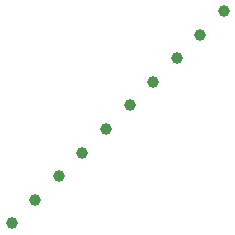
<source format=gbr>
G04 Examples for testing time performance of Gerber parsers*
%FSLAX26Y26*%
%MOMM*%
%ADD10C,1*%
%LPD*%
D10*
X0Y0D03*
X2000000Y2000000D03*
X4000000Y4000000D03*
X6000000Y6000000D03*
X8000000Y8000000D03*
X10000000Y10000000D03*
X12000000Y12000000D03*
X14000000Y14000000D03*
X16000000Y16000000D03*
X18000000Y18000000D03*
M02*

</source>
